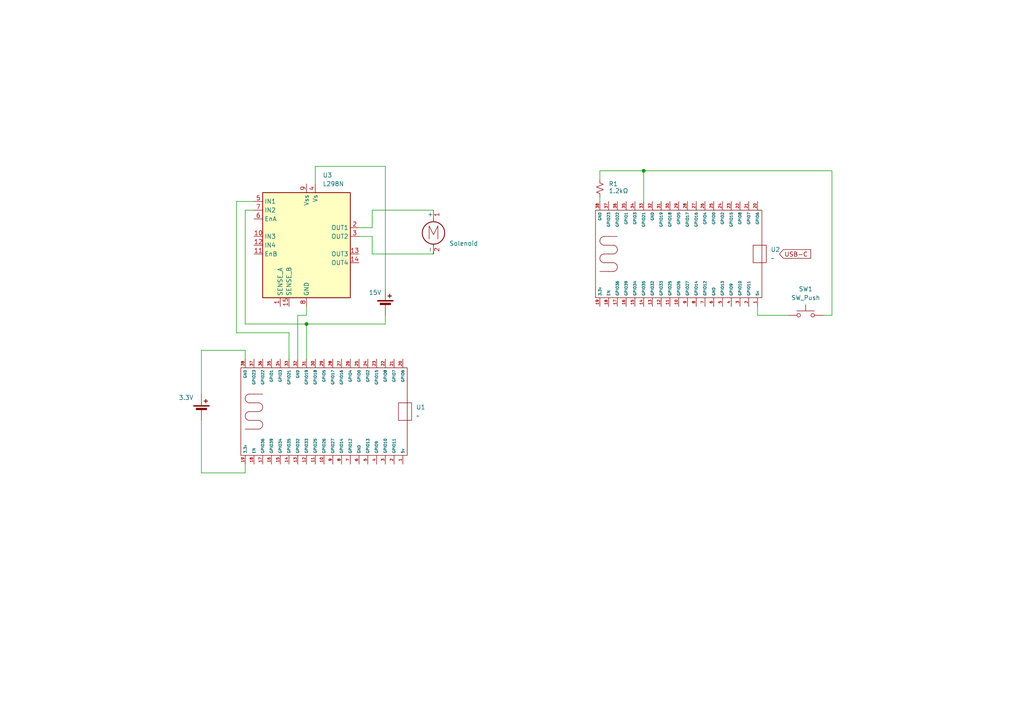
<source format=kicad_sch>
(kicad_sch (version 20250114) (generator "eeschema") (generator_version "9.0")
  (paper "A4")
  (title_block (title "Musical Robot"))
  (lib_symbols
    (symbol "Device:Battery_Cell" (pin_numbers (hide yes)) (pin_names (offset 0) (hide yes))
      (property "Reference" "BT" (at 2.54 2.54 0))
      (property "Value" "Battery_Cell" (at 2.54 0 0))
      (symbol "Battery_Cell_0_1"
        (rectangle (start -2.286 1.778) (end 2.286 1.524) (fill (type outline)))
        (rectangle (start -1.524 1.016) (end 1.524 0.508) (fill (type outline)))
        (polyline (pts (xy 0 1.778) (xy 0 2.54)))
        (polyline (pts (xy 0 0.762) (xy 0 0)))
        (polyline (pts (xy 0.762 3.048) (xy 1.778 3.048)) (stroke (width 0.254)))
        (polyline (pts (xy 1.27 3.556) (xy 1.27 2.54)) (stroke (width 0.254)))
      )
      (symbol "Battery_Cell_1_1"
        (pin passive line (at 0 5.08 270) (length 2.54) (name "+") (number "1"))
        (pin passive line (at 0 -2.54 90) (length 2.54) (name "-") (number "2"))
      )
    )
    (symbol "Device:R_Small_US" (pin_numbers (hide yes)) (pin_names (offset 0.254) (hide yes))
      (property "Reference" "R" (at 0.762 0.508 0))
      (property "Value" "R_Small_US" (at 0.762 -1.016 0))
      (symbol "R_Small_US_1_1"
        (polyline (pts (xy 0 1.524) (xy 1.016 1.143) (xy 0 0.762) (xy -1.016 0.381) (xy 0 0)))
        (polyline (pts (xy 0 0) (xy 1.016 -0.381) (xy 0 -0.762) (xy -1.016 -1.143) (xy 0 -1.524)))
        (pin passive line (at 0 2.54 270) (length 1.016) (name "~") (number "1"))
        (pin passive line (at 0 -2.54 90) (length 1.016) (name "~") (number "2"))
      )
    )
    (symbol "Driver_Motor:L298N"
      (property "Reference" "U" (at -10.16 16.51 0))
      (property "Value" "L298N" (at 12.7 16.51 0))
      (symbol "L298N_0_1"
        (rectangle (start -12.7 15.24) (end 12.7 -15.24) (stroke (width 0.254)) (fill (type background)))
      )
      (symbol "L298N_1_1"
        (pin input line (at -15.24 12.7 0) (length 2.54) (name "IN1") (number "5"))
        (pin input line (at -15.24 10.16 0) (length 2.54) (name "IN2") (number "7"))
        (pin input line (at -15.24 7.62 0) (length 2.54) (name "EnA") (number "6"))
        (pin input line (at -15.24 2.54 0) (length 2.54) (name "IN3") (number "10"))
        (pin input line (at -15.24 0 0) (length 2.54) (name "IN4") (number "12"))
        (pin input line (at -15.24 -2.54 0) (length 2.54) (name "EnB") (number "11"))
        (pin input line (at -7.62 -17.78 90) (length 2.54) (name "SENSE_A") (number "1"))
        (pin input line (at -5.08 -17.78 90) (length 2.54) (name "SENSE_B") (number "15"))
        (pin power_in line (at 0 17.78 270) (length 2.54) (name "Vss") (number "9"))
        (pin power_in line (at 0 -17.78 90) (length 2.54) (name "GND") (number "8"))
        (pin power_in line (at 2.54 17.78 270) (length 2.54) (name "Vs") (number "4"))
        (pin output line (at 15.24 5.08 180) (length 2.54) (name "OUT1") (number "2"))
        (pin output line (at 15.24 2.54 180) (length 2.54) (name "OUT2") (number "3"))
        (pin output line (at 15.24 -2.54 180) (length 2.54) (name "OUT3") (number "13"))
        (pin output line (at 15.24 -5.08 180) (length 2.54) (name "OUT4") (number "14"))
      )
    )
    (symbol "ESP32:ESP32_38Pin"
      (property "Reference" "U" (at 0 0 0))
      (symbol "ESP32_38Pin_0_1"
        (rectangle (start -24.13 12.7) (end 24.13 -12.7))
        (polyline (pts (xy -21.59 5.08) (xy -20.32 5.08)))
        (polyline (pts (xy -21.59 2.54) (xy -20.32 2.54)))
        (polyline (pts (xy -21.59 0) (xy -20.32 0)))
        (polyline (pts (xy -21.59 -2.54) (xy -20.32 -2.54)))
        (arc (start -21.5975 2.5325) (mid -22.4933 2.9067) (end -22.8675 3.8025))
        (arc (start -21.5975 -2.5475) (mid -22.4933 -2.1733) (end -22.8675 -1.2775))
        (arc (start -22.86 3.81) (mid -22.4873 4.7073) (end -21.59 5.08))
        (arc (start -22.86 -1.27) (mid -22.4873 -0.3727) (end -21.59 0))
        (polyline (pts (xy -20.32 5.08) (xy -17.78 5.08)))
        (polyline (pts (xy -20.32 -5.08) (xy -22.86 -5.08)))
        (arc (start -17.7775 1.2675) (mid -18.1502 0.3702) (end -19.0475 -0.0025))
        (arc (start -17.7775 -3.8125) (mid -18.1502 -4.7098) (end -19.0475 -5.0825))
        (arc (start -19.04 2.545) (mid -18.1442 2.1708) (end -17.77 1.275))
        (arc (start -19.04 -2.535) (mid -18.1442 -2.9092) (end -17.77 -3.805))
        (polyline (pts (xy -19.0475 2.5375) (xy -20.3175 2.5375)))
        (polyline (pts (xy -19.0475 -0.0025) (xy -20.3175 -0.0025)))
        (polyline (pts (xy -19.0475 -2.5425) (xy -20.3175 -2.5425)))
        (polyline (pts (xy -19.0475 -5.0825) (xy -20.3175 -5.0825)))
        (rectangle (start 21.59 2.54) (end 25.4 -2.54))
      )
      (symbol "ESP32_38Pin_1_1"
        (pin power_in line (at -22.86 15.24 270) (length 2.54) (name "GND") (number "38"))
        (pin output line (at -22.86 -15.24 90) (length 2.54) (name "3.3v") (number "19"))
        (pin bidirectional line (at -20.32 15.24 270) (length 2.54) (name "GPIO23") (number "37"))
        (pin bidirectional line (at -20.32 -15.24 90) (length 2.54) (name "EN") (number "18"))
        (pin bidirectional line (at -17.78 15.24 270) (length 2.54) (name "GPIO22") (number "36"))
        (pin bidirectional line (at -17.78 -15.24 90) (length 2.54) (name "GPIO36") (number "17"))
        (pin bidirectional line (at -15.24 15.24 270) (length 2.54) (name "GPIO1") (number "35"))
        (pin bidirectional line (at -15.24 -15.24 90) (length 2.54) (name "GPIO39") (number "16"))
        (pin bidirectional line (at -12.7 15.24 270) (length 2.54) (name "GPIO3") (number "34"))
        (pin bidirectional line (at -12.7 -15.24 90) (length 2.54) (name "GPIO34") (number "15"))
        (pin bidirectional line (at -10.16 15.24 270) (length 2.54) (name "GPIO21") (number "33"))
        (pin bidirectional line (at -10.16 -15.24 90) (length 2.54) (name "GPIO35") (number "14"))
        (pin power_in line (at -7.62 15.24 270) (length 2.54) (name "GND") (number "32"))
        (pin bidirectional line (at -7.62 -15.24 90) (length 2.54) (name "GPIO32") (number "13"))
        (pin bidirectional line (at -5.08 15.24 270) (length 2.54) (name "GPIO19") (number "31"))
        (pin bidirectional line (at -5.08 -15.24 90) (length 2.54) (name "GPIO33") (number "12"))
        (pin bidirectional line (at -2.54 15.24 270) (length 2.54) (name "GPIO18") (number "30"))
        (pin bidirectional line (at -2.54 -15.24 90) (length 2.54) (name "GPIO25") (number "11"))
        (pin bidirectional line (at 0 15.24 270) (length 2.54) (name "GPIO5") (number "29"))
        (pin bidirectional line (at 0 -15.24 90) (length 2.54) (name "GPIO26") (number "10"))
        (pin bidirectional line (at 2.54 15.24 270) (length 2.54) (name "GPIO17") (number "28"))
        (pin bidirectional line (at 2.54 -15.24 90) (length 2.54) (name "GPIO27") (number "9"))
        (pin bidirectional line (at 5.08 15.24 270) (length 2.54) (name "GPIO16") (number "27"))
        (pin bidirectional line (at 5.08 -15.24 90) (length 2.54) (name "GPIO14") (number "8"))
        (pin bidirectional line (at 7.62 15.24 270) (length 2.54) (name "GPIO4") (number "26"))
        (pin bidirectional line (at 7.62 -15.24 90) (length 2.54) (name "GPIO12") (number "7"))
        (pin bidirectional line (at 10.16 15.24 270) (length 2.54) (name "GPIO0") (number "25"))
        (pin power_in line (at 10.16 -15.24 90) (length 2.54) (name "GND") (number "6"))
        (pin bidirectional line (at 12.7 15.24 270) (length 2.54) (name "GPIO2") (number "24"))
        (pin bidirectional line (at 12.7 -15.24 90) (length 2.54) (name "GPIO13") (number "5"))
        (pin bidirectional line (at 15.24 15.24 270) (length 2.54) (name "GPIO15") (number "23"))
        (pin bidirectional line (at 15.24 -15.24 90) (length 2.54) (name "GPIO9") (number "4"))
        (pin bidirectional line (at 17.78 15.24 270) (length 2.54) (name "GPIO8") (number "22"))
        (pin bidirectional line (at 17.78 -15.24 90) (length 2.54) (name "GPIO10") (number "3"))
        (pin bidirectional line (at 20.32 15.24 270) (length 2.54) (name "GPIO7") (number "21"))
        (pin bidirectional line (at 20.32 -15.24 90) (length 2.54) (name "GPIO11") (number "2"))
        (pin bidirectional line (at 22.86 15.24 270) (length 2.54) (name "GPIO6") (number "20"))
        (pin power_out line (at 22.86 -15.24 90) (length 2.54) (name "5v") (number "1"))
      )
    )
    (symbol "Motor:Motor_DC" (pin_names (offset 0))
      (property "Reference" "M" (at 2.54 2.54 0))
      (property "Value" "Motor_DC" (at 2.54 -5.08 0))
      (symbol "Motor_DC_0_0"
        (polyline (pts (xy -1.27 -3.302) (xy -1.27 0.508) (xy 0 -2.032) (xy 1.27 0.508) (xy 1.27 -3.302)))
      )
      (symbol "Motor_DC_0_1"
        (polyline (pts (xy 0 2.032) (xy 0 2.54)))
        (polyline (pts (xy 0 1.7272) (xy 0 2.0828)))
        (circle (center 0 -1.524) (radius 3.2512) (stroke (width 0.254)))
        (polyline (pts (xy 0 -4.7752) (xy 0 -5.1816)))
        (polyline (pts (xy 0 -7.62) (xy 0 -7.112)))
      )
      (symbol "Motor_DC_1_1"
        (pin passive line (at 0 5.08 270) (length 2.54) (name "+") (number "1"))
        (pin passive line (at 0 -7.62 90) (length 2.54) (name "-") (number "2"))
      )
    )
    (symbol "Switch:SW_Push" (pin_numbers (hide yes)) (pin_names (offset 1.016) (hide yes))
      (property "Reference" "SW" (at 1.27 2.54 0))
      (property "Value" "SW_Push" (at 0 -1.524 0))
      (symbol "SW_Push_0_1"
        (circle (center -2.032 0) (radius 0.508))
        (polyline (pts (xy 0 1.27) (xy 0 3.048)))
        (circle (center 2.032 0) (radius 0.508))
        (polyline (pts (xy 2.54 1.27) (xy -2.54 1.27)))
        (pin passive line (at -5.08 0 0) (length 2.54) (name "1") (number "1"))
        (pin passive line (at 5.08 0 180) (length 2.54) (name "2") (number "2"))
      )
    )
  )
  (junction (at 88.9 93.98))
  (junction (at 186.69 49.53))
  (wire (pts (xy 58.42 121.92) (xy 58.42 137.16)))
  (wire (pts (xy 107.95 68.58) (xy 107.95 73.66)))
  (wire (pts (xy 107.95 66.04) (xy 107.95 60.96)))
  (wire (pts (xy 111.76 48.26) (xy 91.44 48.26)))
  (wire (pts (xy 86.36 91.44) (xy 86.36 104.14)))
  (wire (pts (xy 104.14 66.04) (xy 107.95 66.04)))
  (wire (pts (xy 111.76 83.82) (xy 111.76 48.26)))
  (wire (pts (xy 71.12 101.6) (xy 58.42 101.6)))
  (wire (pts (xy 173.99 52.07) (xy 173.99 49.53)))
  (wire (pts (xy 241.3 49.53) (xy 241.3 91.44)))
  (wire (pts (xy 86.36 91.44) (xy 88.9 91.44)))
  (wire (pts (xy 107.95 60.96) (xy 125.73 60.96)))
  (wire (pts (xy 58.42 137.16) (xy 71.12 137.16)))
  (wire (pts (xy 173.99 49.53) (xy 186.69 49.53)))
  (wire (pts (xy 88.9 93.98) (xy 111.76 93.98)))
  (wire (pts (xy 71.12 60.96) (xy 71.12 93.98)))
  (wire (pts (xy 58.42 101.6) (xy 58.42 114.3)))
  (wire (pts (xy 71.12 93.98) (xy 88.9 93.98)))
  (wire (pts (xy 73.66 60.96) (xy 71.12 60.96)))
  (wire (pts (xy 104.14 68.58) (xy 107.95 68.58)))
  (wire (pts (xy 91.44 48.26) (xy 91.44 53.34)))
  (wire (pts (xy 111.76 91.44) (xy 111.76 93.98)))
  (wire (pts (xy 71.12 134.62) (xy 71.12 137.16)))
  (wire (pts (xy 68.58 58.42) (xy 68.58 96.52)))
  (wire (pts (xy 219.71 88.9) (xy 219.71 91.44)))
  (wire (pts (xy 68.58 96.52) (xy 83.82 96.52)))
  (wire (pts (xy 71.12 101.6) (xy 71.12 104.14)))
  (wire (pts (xy 186.69 58.42) (xy 186.69 49.53)))
  (wire (pts (xy 88.9 91.44) (xy 88.9 88.9)))
  (wire (pts (xy 83.82 96.52) (xy 83.82 104.14)))
  (wire (pts (xy 73.66 58.42) (xy 68.58 58.42)))
  (wire (pts (xy 173.99 58.42) (xy 173.99 57.15)))
  (wire (pts (xy 88.9 93.98) (xy 88.9 104.14)))
  (wire (pts (xy 241.3 91.44) (xy 238.76 91.44)))
  (wire (pts (xy 219.71 91.44) (xy 228.6 91.44)))
  (wire (pts (xy 186.69 49.53) (xy 241.3 49.53)))
  (wire (pts (xy 107.95 73.66) (xy 125.73 73.66)))
  (global_label "USB-C" (shape input) (at 226.06 73.66 0) (property "Intersheetrefs" "${INTERSHEET_REFS}" (effects (hide yes))))
  (symbol (lib_id "ESP32:ESP32_38Pin") (at 93.98 119.38 0) (unit 1)
    (property "Reference" "U1" (at 120.65 118.1099 0) (effects (justify left)))
    (property "Value" "~" (at 120.65 120.6499 0) (effects (justify left)))
    (property "Footprint" "ESP32_38pin" (effects (hide yes)))
  )
  (symbol (lib_id "ESP32:ESP32_38Pin") (at 196.85 73.66 0) (unit 1)
    (property "Reference" "U2" (at 223.52 72.3899 0) (effects (justify left)))
    (property "Value" "~" (at 223.52 74.9299 0) (effects (justify left)))
    (property "Footprint" "ESP32_38pin" (effects (hide yes)))
  )
  (symbol (lib_id "Motor:Motor_DC") (at 125.73 66.04 0) (unit 1)
    (property "Reference" "M1" (effects (hide yes)))
    (property "Value" "Solenoid" (at 130.302 70.612 0) (effects (justify left)))
    (property "Description" "DC Motor" (effects (hide yes)))
  )
  (symbol (lib_id "Switch:SW_Push") (at 233.68 91.44 0) (unit 1)
    (property "Reference" "SW1" (at 233.68 83.82 0))
    (property "Value" "SW_Push" (at 233.68 86.36 0))
    (property "Description" "Push button switch, generic, two pins" (effects (hide yes)))
  )
  (symbol (lib_id "Device:Battery_Cell") (at 111.76 88.9 0) (unit 1)
    (property "Reference" "BT2" (effects (hide yes)))
    (property "Value" "15V" (at 106.934 84.836 0) (effects (justify left)))
    (property "Description" "Single-cell battery" (effects (hide yes)))
  )
  (symbol (lib_id "Driver_Motor:L298N") (at 88.9 71.12 0) (unit 1)
    (property "Reference" "U3" (at 93.5833 50.8 0) (effects (justify left)))
    (property "Value" "L298N" (at 93.5833 53.34 0) (effects (justify left)))
    (property "Footprint" "Package_TO_SOT_THT:TO-220-15_P2.54x5.08mm_StaggerOdd_Lead4.58mm_Vertical" (effects (hide yes)))
    (property "Datasheet" "http://www.st.com/st-web-ui/static/active/en/resource/technical/document/datasheet/CD00000240.pdf" (effects (hide yes)))
    (property "Description" "Dual full bridge motor driver, up to 46V, 4A, Multiwatt15-V" (effects (hide yes)))
  )
  (symbol (lib_id "Device:R_Small_US") (at 173.99 54.61 0) (unit 1)
    (property "Reference" "R1" (at 176.53 53.3399 0) (effects (justify left)))
    (property "Value" "1.2kΩ" (at 176.53 55.372 0) (effects (justify left)))
    (property "Description" "Resistor, small US symbol" (effects (hide yes)))
  )
  (symbol (lib_id "Device:Battery_Cell") (at 58.42 119.38 0) (unit 1)
    (property "Reference" "BT1" (effects (hide yes)))
    (property "Value" "3.3V" (at 51.816 115.316 0) (effects (justify left)))
    (property "Description" "Single-cell battery" (effects (hide yes)))
  )
)
</source>
